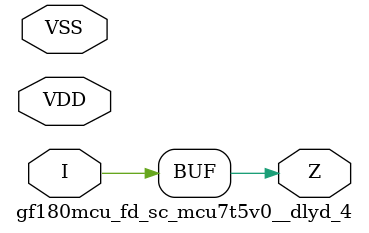
<source format=v>

module gf180mcu_fd_sc_mcu7t5v0__dlyd_4( I, Z, VDD, VSS );
input I;
inout VDD, VSS;
output Z;

	buf MGM_BG_0( Z, I );

endmodule

</source>
